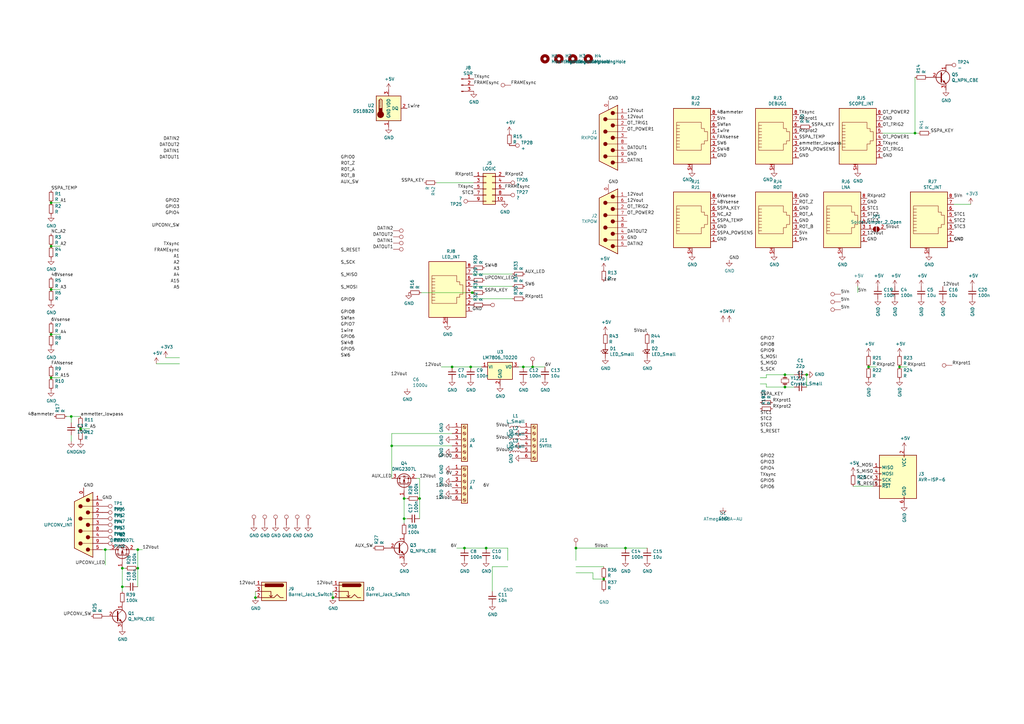
<source format=kicad_sch>
(kicad_sch (version 20211123) (generator eeschema)
  (paper "A3")
  (junction (at 56.515 225.425))
  (junction (at 502.92 153.67))
  (junction (at 193.675 120.015))
  (junction (at 487.68 222.25))
  (junction (at 368.935 150.495))
  (junction (at 321.945 153.67))
  (junction (at 375.285 54.61))
  (junction (at 502.92 191.77))
  (junction (at 502.92 184.15))
  (junction (at 247.65 237.49))
  (junction (at 502.92 207.01))
  (junction (at 56.515 233.045))
  (junction (at 502.92 229.87))
  (junction (at 185.42 150.495))
  (junction (at 199.39 224.79))
  (junction (at 214.63 150.495))
  (junction (at 20.955 118.745))
  (junction (at 172.085 204.47))
  (junction (at 487.68 267.97))
  (junction (at 104.775 245.11))
  (junction (at 20.955 154.94))
  (junction (at 502.92 199.39))
  (junction (at 502.92 161.29))
  (junction (at 29.21 170.815))
  (junction (at 487.68 199.39))
  (junction (at 50.165 240.665))
  (junction (at 356.235 150.495))
  (junction (at 321.945 158.75))
  (junction (at 20.955 137.16))
  (junction (at 487.68 229.87))
  (junction (at 502.92 123.19))
  (junction (at 50.165 233.045))
  (junction (at 502.92 115.57))
  (junction (at 256.54 224.79))
  (junction (at 136.525 245.11))
  (junction (at 487.68 252.73))
  (junction (at 160.655 182.88))
  (junction (at 165.735 204.47))
  (junction (at 502.92 146.05))
  (junction (at 218.44 150.495))
  (junction (at 502.92 214.63))
  (junction (at 487.68 146.05))
  (junction (at 43.18 225.425))
  (junction (at 487.68 214.63))
  (junction (at 236.22 224.79))
  (junction (at 487.68 191.77))
  (junction (at 502.92 252.73))
  (junction (at 20.955 100.965))
  (junction (at 502.92 130.81))
  (junction (at 487.68 153.67))
  (junction (at 487.68 260.35))
  (junction (at 487.68 207.01))
  (junction (at 33.02 175.895))
  (junction (at 487.68 161.29))
  (junction (at 190.5 224.79))
  (junction (at 330.835 153.67))
  (junction (at 487.68 123.19))
  (junction (at 165.735 212.725))
  (junction (at 487.68 138.43))
  (junction (at 502.92 168.91))
  (junction (at 502.92 176.53))
  (junction (at 487.68 176.53))
  (junction (at 487.68 130.81))
  (junction (at 502.92 245.11))
  (junction (at 20.955 83.185))
  (junction (at 502.92 138.43))
  (junction (at 487.68 237.49))
  (junction (at 502.92 260.35))
  (junction (at 487.68 184.15))
  (junction (at 487.68 168.91))
  (junction (at 487.68 245.11))
  (junction (at 502.92 222.25))
  (junction (at 193.04 150.495))
  (junction (at 502.92 237.49))
  (wire (pts (xy 33.02 175.895) (xy 36.83 175.895)))
  (wire (pts (xy 398.145 83.82) (xy 391.16 83.82)))
  (wire (pts (xy 314.325 153.67) (xy 314.325 154.94)))
  (wire (pts (xy 56.515 225.425) (xy 58.42 225.425)))
  (wire (pts (xy 325.755 158.75) (xy 321.945 158.75)))
  (wire (pts (xy 41.91 225.425) (xy 43.18 225.425)))
  (wire (pts (xy 50.165 233.045) (xy 51.435 233.045)))
  (wire (pts (xy 201.93 232.41) (xy 208.28 232.41)))
  (wire (pts (xy 160.655 182.88) (xy 160.655 196.215)))
  (wire (pts (xy 51.435 240.665) (xy 50.165 240.665)))
  (wire (pts (xy 464.82 194.31) (xy 464.82 195.58)))
  (wire (pts (xy 356.235 150.495) (xy 359.41 150.495)))
  (wire (pts (xy 487.68 260.35) (xy 487.68 267.97)))
  (wire (pts (xy 236.22 234.95) (xy 243.205 234.95)))
  (wire (pts (xy 29.21 170.815) (xy 29.21 173.355)))
  (wire (pts (xy 193.675 122.555) (xy 210.185 122.555)))
  (wire (pts (xy 502.92 130.81) (xy 502.92 138.43)))
  (wire (pts (xy 375.285 54.61) (xy 361.95 54.61)))
  (wire (pts (xy 160.655 177.8) (xy 185.42 177.8)))
  (wire (pts (xy 29.21 178.435) (xy 29.21 180.975)))
  (wire (pts (xy 218.44 150.495) (xy 223.52 150.495)))
  (wire (pts (xy 180.975 150.495) (xy 185.42 150.495)))
  (wire (pts (xy 502.92 260.35) (xy 502.92 267.97)))
  (wire (pts (xy 487.68 229.87) (xy 487.68 237.49)))
  (wire (pts (xy 453.39 194.31) (xy 464.82 194.31)))
  (wire (pts (xy 314.325 157.48) (xy 311.785 157.48)))
  (wire (pts (xy 212.725 150.495) (xy 214.63 150.495)))
  (wire (pts (xy 236.22 232.41) (xy 247.65 232.41)))
  (wire (pts (xy 243.205 234.95) (xy 243.205 237.49)))
  (wire (pts (xy 487.68 237.49) (xy 487.68 245.11)))
  (wire (pts (xy 179.07 74.93) (xy 194.31 74.93)))
  (wire (pts (xy 487.68 138.43) (xy 487.68 146.05)))
  (wire (pts (xy 375.285 31.75) (xy 375.285 54.61)))
  (wire (pts (xy 459.74 196.85) (xy 459.74 198.12)))
  (wire (pts (xy 256.54 224.79) (xy 265.43 224.79)))
  (wire (pts (xy 351.79 117.475) (xy 351.79 120.015)))
  (wire (pts (xy 487.68 222.25) (xy 487.68 229.87)))
  (wire (pts (xy 187.325 224.79) (xy 190.5 224.79)))
  (wire (pts (xy 502.92 245.11) (xy 502.92 252.73)))
  (wire (pts (xy 330.835 153.67) (xy 330.835 158.75)))
  (wire (pts (xy 502.92 123.19) (xy 502.92 130.81)))
  (wire (pts (xy 502.92 161.29) (xy 502.92 168.91)))
  (wire (pts (xy 487.68 153.67) (xy 487.68 161.29)))
  (wire (pts (xy 487.68 252.73) (xy 487.68 260.35)))
  (wire (pts (xy 172.085 204.47) (xy 172.085 212.725)))
  (wire (pts (xy 502.92 207.01) (xy 502.92 214.63)))
  (wire (pts (xy 167.005 212.725) (xy 165.735 212.725)))
  (wire (pts (xy 314.325 154.94) (xy 311.785 154.94)))
  (wire (pts (xy 236.22 224.79) (xy 256.54 224.79)))
  (wire (pts (xy 50.165 233.045) (xy 50.165 240.665)))
  (wire (pts (xy 27.305 170.815) (xy 29.21 170.815)))
  (wire (pts (xy 487.68 115.57) (xy 487.68 123.19)))
  (wire (pts (xy 321.945 158.75) (xy 314.325 158.75)))
  (wire (pts (xy 368.935 150.495) (xy 372.11 150.495)))
  (wire (pts (xy 502.92 153.67) (xy 502.92 161.29)))
  (wire (pts (xy 325.755 153.67) (xy 321.945 153.67)))
  (wire (pts (xy 487.68 184.15) (xy 487.68 191.77)))
  (wire (pts (xy 20.955 137.16) (xy 24.765 137.16)))
  (wire (pts (xy 193.675 120.015) (xy 172.72 120.015)))
  (wire (pts (xy 20.955 118.745) (xy 24.765 118.745)))
  (wire (pts (xy 314.325 158.75) (xy 314.325 157.48)))
  (wire (pts (xy 502.92 146.05) (xy 502.92 153.67)))
  (wire (pts (xy 172.085 196.215) (xy 170.815 196.215)))
  (wire (pts (xy 487.68 161.29) (xy 487.68 168.91)))
  (wire (pts (xy 502.92 214.63) (xy 502.92 222.25)))
  (wire (pts (xy 487.68 199.39) (xy 487.68 207.01)))
  (wire (pts (xy 208.28 224.79) (xy 208.28 229.87)))
  (wire (pts (xy 502.92 199.39) (xy 502.92 207.01)))
  (wire (pts (xy 160.655 182.88) (xy 160.655 177.8)))
  (wire (pts (xy 167.005 204.47) (xy 165.735 204.47)))
  (wire (pts (xy 43.18 225.425) (xy 43.18 231.775)))
  (wire (pts (xy 104.775 245.11) (xy 104.775 242.57)))
  (wire (pts (xy 20.955 83.185) (xy 24.765 83.185)))
  (wire (pts (xy 136.525 245.11) (xy 136.525 242.57)))
  (wire (pts (xy 487.68 267.97) (xy 487.68 275.59)))
  (wire (pts (xy 56.515 233.045) (xy 56.515 240.665)))
  (wire (pts (xy 502.92 168.91) (xy 502.92 176.53)))
  (wire (pts (xy 20.955 154.94) (xy 24.765 154.94)))
  (wire (pts (xy 193.04 150.495) (xy 197.485 150.495)))
  (wire (pts (xy 502.92 191.77) (xy 502.92 199.39)))
  (wire (pts (xy 193.675 117.475) (xy 210.185 117.475)))
  (wire (pts (xy 453.39 196.85) (xy 459.74 196.85)))
  (wire (pts (xy 214.63 150.495) (xy 218.44 150.495)))
  (wire (pts (xy 502.92 184.15) (xy 502.92 191.77)))
  (wire (pts (xy 487.68 214.63) (xy 487.68 222.25)))
  (wire (pts (xy 50.165 240.665) (xy 50.165 242.57)))
  (wire (pts (xy 487.68 168.91) (xy 487.68 176.53)))
  (wire (pts (xy 243.205 237.49) (xy 247.65 237.49)))
  (wire (pts (xy 43.18 225.425) (xy 45.085 225.425)))
  (wire (pts (xy 487.68 207.01) (xy 487.68 214.63)))
  (wire (pts (xy 487.68 146.05) (xy 487.68 153.67)))
  (wire (pts (xy 190.5 224.79) (xy 199.39 224.79)))
  (wire (pts (xy 193.675 112.395) (xy 210.185 112.395)))
  (wire (pts (xy 165.735 203.835) (xy 165.735 204.47)))
  (wire (pts (xy 502.92 252.73) (xy 502.92 260.35)))
  (wire (pts (xy 487.68 245.11) (xy 487.68 252.73)))
  (wire (pts (xy 201.93 242.57) (xy 201.93 232.41)))
  (wire (pts (xy 502.92 138.43) (xy 502.92 146.05)))
  (wire (pts (xy 56.515 225.425) (xy 56.515 233.045)))
  (wire (pts (xy 502.92 115.57) (xy 502.92 123.19)))
  (wire (pts (xy 20.955 100.965) (xy 24.765 100.965)))
  (wire (pts (xy 55.245 225.425) (xy 56.515 225.425)))
  (wire (pts (xy 502.92 176.53) (xy 502.92 184.15)))
  (wire (pts (xy 487.68 123.19) (xy 487.68 130.81)))
  (wire (pts (xy 502.92 229.87) (xy 502.92 237.49)))
  (wire (pts (xy 487.68 191.77) (xy 487.68 199.39)))
  (wire (pts (xy 502.92 222.25) (xy 502.92 229.87)))
  (wire (pts (xy 321.945 153.67) (xy 314.325 153.67)))
  (wire (pts (xy 487.68 130.81) (xy 487.68 138.43)))
  (wire (pts (xy 29.21 170.815) (xy 33.02 170.815)))
  (wire (pts (xy 236.22 224.79) (xy 236.22 229.87)))
  (wire (pts (xy 160.655 182.88) (xy 185.42 182.88)))
  (wire (pts (xy 487.68 176.53) (xy 487.68 184.15)))
  (wire (pts (xy 165.735 204.47) (xy 165.735 212.725)))
  (wire (pts (xy 199.39 224.79) (xy 208.28 224.79)))
  (wire (pts (xy 502.92 237.49) (xy 502.92 245.11)))
  (wire (pts (xy 376.555 54.61) (xy 375.285 54.61)))
  (wire (pts (xy 185.42 150.495) (xy 193.04 150.495)))
  (wire (pts (xy 358.14 199.39) (xy 349.885 199.39)))
  (wire (pts (xy 172.085 196.215) (xy 172.085 204.47)))
  (wire (pts (xy 73.66 146.685) (xy 67.945 146.685)))
  (wire (pts (xy 165.735 212.725) (xy 165.735 214.63)))
  (wire (pts (xy 64.135 149.225) (xy 73.66 149.225)))
  (label "GPIO2" (at 73.66 83.185 180))
  (label "DATOUT1" (at 161.29 102.235 180))
  (label "1wire" (at 247.65 115.57 0))
  (label "SW6" (at 139.7 146.685 0))
  (label "FANsense" (at 20.955 149.86 0))
  (label "UPCONV_SW" (at 37.465 252.73 180))
  (label "RXprot1" (at 327.66 49.53 0))
  (label "12Vout" (at 355.6 96.52 0))
  (label "6V" (at 200.66 200.025 180))
  (label "RXprot2" (at 355.6 81.28 0))
  (label "5Vout" (at 265.43 136.525 180))
  (label "S_MISO" (at 139.7 113.665 0))
  (label "RXprot1" (at 194.31 72.39 180))
  (label "1wire" (at 167.005 44.45 0))
  (label "RXprot2" (at 327.66 54.61 0))
  (label "SSPA_POWSENS" (at 294.005 96.52 0))
  (label "GND" (at 294.005 99.06 0))
  (label "5Vn" (at 391.16 81.28 0))
  (label "S_MOSI" (at 311.785 147.32 0))
  (label "SSPA_TEMP" (at 20.955 78.105 0))
  (label "S_MOSI" (at 358.14 191.77 180))
  (label "RXprot2" (at 316.865 167.64 0))
  (label "STC1" (at 355.6 86.36 0))
  (label "12Vout" (at 180.975 150.495 180))
  (label "SW48" (at 198.755 109.855 0))
  (label "5Vout" (at 208.915 175.26 180))
  (label "DATOUT1" (at 73.66 65.405 180))
  (label "GPIO3" (at 73.66 85.725 180))
  (label "6V" (at 223.52 150.495 0))
  (label "GPIO9" (at 311.785 144.78 0))
  (label "UPCONV_LED" (at 43.18 231.775 180))
  (label "12Vout" (at 257.175 83.185 0))
  (label "ROT_B" (at 139.7 73.025 0))
  (label "RXprot1" (at 316.865 165.1 0))
  (label "DATIN1" (at 73.66 62.865 180))
  (label "ROT_A" (at 327.66 88.9 0))
  (label "OT_POWER2" (at 257.175 88.265 0))
  (label "GND" (at 327.66 91.44 0))
  (label "DATOUT2" (at 73.66 60.325 180))
  (label "GND" (at 391.16 99.06 0))
  (label "GND" (at 361.95 64.77 0))
  (label "12Vout" (at 257.175 46.355 0))
  (label "A1" (at 24.765 83.185 0))
  (label "48Vsense" (at 294.005 83.82 0))
  (label "GPIO7" (at 311.785 139.7 0))
  (label "5Vn" (at 294.005 49.53 0))
  (label "DATOUT2" (at 257.175 95.885 0))
  (label "SSPA_KEY" (at 311.785 162.56 0))
  (label "OT_POWER1" (at 257.175 53.975 0))
  (label "SSPA_KEY" (at 294.005 86.36 0))
  (label "OT_TRIG1" (at 257.175 51.435 0))
  (label "TXsync" (at 194.31 32.385 0))
  (label "GND" (at 249.555 41.275 0))
  (label "GND" (at 294.005 64.77 0))
  (label "ROT_B" (at 327.66 93.98 0))
  (label "GND" (at 327.66 64.77 0))
  (label "GND" (at 391.16 99.06 0))
  (label "S_RESET" (at 351.79 199.39 0))
  (label "GND" (at 327.66 86.36 0))
  (label "A4" (at 24.765 137.16 0))
  (label "UPCONV_LED" (at 198.755 114.935 0))
  (label "ammetter_lowpass" (at 33.02 170.815 0))
  (label "GPIO0" (at 185.42 187.96 180))
  (label "A2" (at 73.66 108.585 180))
  (label "FRAMEsync" (at 73.66 103.505 180))
  (label "TXsync" (at 327.66 46.99 0))
  (label "RXprot1" (at 372.11 150.495 0))
  (label "SSPA_KEY" (at 381.635 54.61 0))
  (label "GND" (at 361.95 49.53 0))
  (label "6Vsense" (at 20.955 132.08 0))
  (label "GPIO7" (at 139.7 133.985 0))
  (label "S_SCK" (at 311.785 152.4 0))
  (label "STC3" (at 355.6 91.44 0))
  (label "1wire" (at 139.7 136.525 0))
  (label "DATOUT1" (at 257.175 61.595 0))
  (label "SWfan" (at 139.7 131.445 0))
  (label "A3" (at 73.66 111.125 180))
  (label "FRAMEsync" (at 194.31 34.925 0))
  (label "S_MOSI" (at 139.7 118.745 0))
  (label "RXprot1" (at 215.265 122.555 0))
  (label "GPIO5" (at 311.785 198.12 0))
  (label "AUX_SW" (at 139.7 75.565 0))
  (label "GPIO0" (at 139.7 65.405 0))
  (label "6V" (at 185.42 194.945 180))
  (label "STC2" (at 391.16 91.44 0))
  (label "12Vout" (at 172.085 196.215 0))
  (label "RXprot1" (at 390.525 149.86 0))
  (label "OT_TRIG2" (at 361.95 52.07 0))
  (label "DATOUT2" (at 161.29 97.155 180))
  (label "AUX_SW" (at 153.035 224.79 180))
  (label "OT_POWER2" (at 361.95 46.99 0))
  (label "A3" (at 24.765 118.745 0))
  (label "SSPA_KEY" (at 198.755 120.015 0))
  (label "RXprot2" (at 207.01 72.39 0))
  (label "12Vout" (at 58.42 225.425 0))
  (label "5Vn" (at 344.805 127 0))
  (label "12Vout" (at 185.42 200.025 180))
  (label "GND" (at 249.555 75.565 0))
  (label "GND" (at 41.91 205.105 0))
  (label "TXsync" (at 311.785 195.58 0))
  (label "SSPA_KEY" (at 173.99 74.93 180))
  (label "GPIO8" (at 139.7 128.905 0))
  (label "DATIN2" (at 73.66 57.785 180))
  (label "ROT_A" (at 139.7 70.485 0))
  (label "GPIO6" (at 139.7 139.065 0))
  (label "STC3" (at 194.31 80.01 180))
  (label "SWfan" (at 294.005 52.07 0))
  (label "A4" (at 73.66 113.665 180))
  (label "5Vout" (at 363.22 93.98 0))
  (label "GND" (at 257.175 98.425 0))
  (label "48Vsense" (at 20.955 113.665 0))
  (label "SW48" (at 139.7 141.605 0))
  (label "UPCONV_SW" (at 73.66 93.345 180))
  (label "GPIO2" (at 311.785 187.96 0))
  (label "TXsync" (at 73.66 100.965 180))
  (label "S_MISO" (at 358.14 194.31 180))
  (label "A1" (at 73.66 106.045 180))
  (label "5Vn" (at 344.805 123.825 0))
  (label "6V" (at 187.325 224.79 180))
  (label "GND" (at 299.085 106.68 0))
  (label "SSPA_TEMP" (at 327.66 57.15 0))
  (label "5Vn" (at 344.805 120.65 0))
  (label "A5" (at 73.66 118.745 180))
  (label "A15" (at 73.66 116.205 180))
  (label "SSPA_POWSENS" (at 327.66 62.23 0))
  (label "12Vout" (at 136.525 240.03 180))
  (label "GND" (at 294.005 93.98 0))
  (label "AUX_LED" (at 215.265 112.395 0))
  (label "SSPA_KEY" (at 332.74 52.07 0))
  (label "48ammeter" (at 294.005 46.99 0))
  (label "5Vout" (at 243.84 224.79 0))
  (label "12Vout" (at 185.42 205.105 180))
  (label "S_SCK" (at 139.7 108.585 0))
  (label "S_RESET" (at 311.785 177.8 0))
  (label "TXsync" (at 194.31 77.47 180))
  (label "ROT_Z" (at 327.66 83.82 0))
  (label "RXprot2" (at 359.41 150.495 0))
  (label "OT_TRIG1" (at 361.95 62.23 0))
  (label "STC2" (at 355.6 88.9 0))
  (label "GPIO8" (at 311.785 142.24 0))
  (label "SW6" (at 215.265 117.475 0))
  (label "STC1" (at 391.16 88.9 0))
  (label "12Vout" (at 257.175 48.895 0))
  (label "NC_A2" (at 294.005 88.9 0))
  (label "S_SCK" (at 358.14 196.85 180))
  (label "OT_TRIG2" (at 257.175 85.725 0))
  (label "5Vn" (at 351.79 120.015 0))
  (label "OT_POWER1" (at 361.95 57.15 0))
  (label "12Vout" (at 167.005 154.305 180))
  (label "FANsense" (at 294.005 57.15 0))
  (label "1wire" (at 294.005 54.61 0))
  (label "GPIO4" (at 73.66 88.265 180))
  (label "FRAMEsync" (at 209.55 34.925 0))
  (label "STC3" (at 391.16 93.98 0))
  (label "GND" (at 355.6 99.06 0))
  (label "GPIO4" (at 311.785 193.04 0))
  (label "S_MISO" (at 311.785 149.86 0))
  (label "5Vout" (at 208.915 180.34 180))
  (label "GND" (at 327.66 81.28 0))
  (label "GPIO3" (at 311.785 190.5 0))
  (label "GPIO6" (at 311.785 200.66 0))
  (label "A2" (at 24.765 100.965 0))
  (label "STC3" (at 311.785 175.26 0))
  (label "DATIN1" (at 161.29 99.695 180))
  (label "AUX_LED" (at 160.655 196.215 180))
  (label "5Vn" (at 327.66 99.06 0))
  (label "STC1" (at 311.785 170.18 0))
  (label "S_RESET" (at 139.7 103.505 0))
  (label "ROT_Z" (at 139.7 67.945 0))
  (label "GPIO5" (at 139.7 144.145 0))
  (label "TXsync" (at 361.95 59.69 0))
  (label "SW48" (at 294.005 62.23 0))
  (label "GND" (at 193.675 127.635 0))
  (label "12Vout" (at 386.715 117.475 0))
  (label "SW6" (at 294.005 59.69 0))
  (label "5Vout" (at 208.915 185.42 180))
  (label "DATIN2" (at 257.175 100.965 0))
  (label "DATIN2" (at 161.29 94.615 180))
  (label "6Vsense" (at 294.005 81.28 0))
  (label "GND" (at 355.6 83.82 0))
  (label "GND" (at 257.175 64.135 0))
  (label "FRAMEsync" (at 207.01 77.47 0))
  (label "GPIO9" (at 139.7 123.825 0))
  (label "12Vout" (at 104.775 240.03 180))
  (label "A15" (at 24.765 154.94 0))
  (label "12Vout" (at 257.175 80.645 0))
  (label "GND" (at 34.29 200.025 0))
  (label "A5" (at 36.83 175.895 0))
  (label "STC2" (at 311.785 172.72 0))
  (label "48ammeter" (at 22.225 170.815 180))
  (label "SSPA_TEMP" (at 294.005 91.44 0))
  (label "NC_A2" (at 20.955 95.885 0))
  (label "5Vn" (at 327.66 96.52 0))
  (label "ammetter_lowpass" (at 327.66 59.69 0))
  (label "DATIN1" (at 257.175 66.675 0))
  (symbol (lib_id "arduino:Arduino_Mega2560_Shield") (at 106.68 102.235 0) (unit 1)
    (property "Reference" "XA1" (at 106.68 162.7124 0) (effects (font (size 1.524 1.524))))
    (property "Value" "Arduino_Mega2560_Shield" (at 106.68 165.4048 0) (effects (font (size 1.524 1.524))))
    (property "Footprint" "jenda:Arduino_Mega2560_roundedge" (effects hide))
    (property "Datasheet" "https://store.arduino.cc/arduino-mega-2560-rev3" (effects hide))
  )
  (symbol (lib_id "Connector:DB9_Male_MountingHoles") (at 249.555 90.805 180) (unit 1)
    (property "Reference" "J2" (at 245.0084 88.4936 0) (effects (justify left)))
    (property "Value" "TXPOW" (at 245.0084 90.805 0) (effects (justify left)))
    (property "Datasheet" " ~" (effects hide))
  )
  (symbol (lib_id "Connector:DB9_Male_MountingHoles") (at 249.555 56.515 180) (unit 1)
    (property "Reference" "J1" (at 245.0084 54.2036 0) (effects (justify left)))
    (property "Value" "RXPOW" (at 245.0084 56.515 0) (effects (justify left)))
    (property "Datasheet" " ~" (effects hide))
  )
  (symbol (lib_id "Connector:8P8C_Shielded") (at 283.845 91.44 0) (unit 1)
    (property "Reference" "RJ1" (at 285.2928 74.4982 0))
    (property "Value" "RJ1" (at 285.2928 76.8096 0))
  )
  (symbol (lib_id "Connector:8P8C_Shielded") (at 283.845 57.15 0) (unit 1)
    (property "Reference" "RJ2" (at 285.2928 40.2082 0))
    (property "Value" "RJ2" (at 285.2928 42.5196 0))
  )
  (symbol (lib_id "Connector:8P8C_Shielded") (at 317.5 91.44 0) (unit 1)
    (property "Reference" "RJ4" (at 318.9478 74.4982 0))
    (property "Value" "ROT" (at 318.9478 76.8096 0))
  )
  (symbol (lib_id "Connector:8P8C_Shielded") (at 317.5 57.15 0) (unit 1)
    (property "Reference" "RJ3" (at 318.9478 40.2082 0))
    (property "Value" "DEBUG1" (at 318.9478 42.5196 0))
  )
  (symbol (lib_id "power:GND") (at 283.845 104.14 0) (unit 1)
    (property "Reference" "#PWR0101" (effects hide))
    (property "Value" "GND" (at 283.972 108.5342 0))
  )
  (symbol (lib_id "power:GND") (at 317.5 104.14 0) (unit 1)
    (property "Reference" "#PWR0102" (effects hide))
    (property "Value" "GND" (at 317.627 108.5342 0))
  )
  (symbol (lib_id "power:GND") (at 283.845 69.85 0) (unit 1)
    (property "Reference" "#PWR0103" (effects hide))
    (property "Value" "GND" (at 281.94 73.66 0))
  )
  (symbol (lib_id "power:GND") (at 317.5 69.85 0) (unit 1)
    (property "Reference" "#PWR0104" (effects hide))
    (property "Value" "GND" (at 314.96 73.66 0))
  )
  (symbol (lib_id "power:GND") (at 299.085 106.68 0) (unit 1)
    (property "Reference" "#PWR0105" (effects hide))
    (property "Value" "GND" (at 299.212 111.0742 0))
  )
  (symbol (lib_id "Connector:8P8C_Shielded") (at 351.79 57.15 0) (unit 1)
    (property "Reference" "RJ5" (at 353.2378 40.2082 0))
    (property "Value" "SCOPE_INT" (at 353.2378 42.5196 0))
  )
  (symbol (lib_id "power:GND") (at 351.79 69.85 0) (unit 1)
    (property "Reference" "#PWR0106" (effects hide))
    (property "Value" "GND" (at 351.917 74.2442 0))
  )
  (symbol (lib_id "Device:R_Small") (at 20.955 80.645 0) (unit 1)
    (property "Reference" "R1" (at 22.4536 79.4766 0) (effects (justify left)))
    (property "Value" "R" (at 22.4536 81.788 0) (effects (justify left)))
  )
  (symbol (lib_id "Device:R_Small") (at 20.955 85.725 0) (unit 1)
    (property "Reference" "R2" (at 22.4536 84.5566 0) (effects (justify left)))
    (property "Value" "R" (at 22.4536 86.868 0) (effects (justify left)))
  )
  (symbol (lib_id "power:GND") (at 20.955 88.265 0) (unit 1)
    (property "Reference" "#PWR0107" (effects hide))
    (property "Value" "GND" (at 21.082 92.6592 0))
  )
  (symbol (lib_id "Device:R_Small") (at 20.955 98.425 0) (unit 1)
    (property "Reference" "R3" (at 22.4536 97.2566 0) (effects (justify left)))
    (property "Value" "R" (at 22.4536 99.568 0) (effects (justify left)))
  )
  (symbol (lib_id "Device:R_Small") (at 20.955 103.505 0) (unit 1)
    (property "Reference" "R4" (at 22.4536 102.3366 0) (effects (justify left)))
    (property "Value" "R" (at 22.4536 104.648 0) (effects (justify left)))
  )
  (symbol (lib_id "power:GND") (at 20.955 106.045 0) (unit 1)
    (property "Reference" "#PWR0108" (effects hide))
    (property "Value" "GND" (at 21.082 110.4392 0))
  )
  (symbol (lib_id "Device:R_Small") (at 20.955 116.205 0) (unit 1)
    (property "Reference" "R5" (at 22.4536 115.0366 0) (effects (justify left)))
    (property "Value" "R" (at 22.4536 117.348 0) (effects (justify left)))
  )
  (symbol (lib_id "Device:R_Small") (at 20.955 121.285 0) (unit 1)
    (property "Reference" "R6" (at 22.4536 120.1166 0) (effects (justify left)))
    (property "Value" "R" (at 22.4536 122.428 0) (effects (justify left)))
  )
  (symbol (lib_id "power:GND") (at 20.955 123.825 0) (unit 1)
    (property "Reference" "#PWR0109" (effects hide))
    (property "Value" "GND" (at 21.082 128.2192 0))
  )
  (symbol (lib_id "Device:R_Small") (at 20.955 134.62 0) (unit 1)
    (property "Reference" "R7" (at 22.4536 133.4516 0) (effects (justify left)))
    (property "Value" "R" (at 22.4536 135.763 0) (effects (justify left)))
  )
  (symbol (lib_id "Device:R_Small") (at 20.955 139.7 0) (unit 1)
    (property "Reference" "R8" (at 22.4536 138.5316 0) (effects (justify left)))
    (property "Value" "R" (at 22.4536 140.843 0) (effects (justify left)))
  )
  (symbol (lib_id "power:GND") (at 20.955 142.24 0) (unit 1)
    (property "Reference" "#PWR0110" (effects hide))
    (property "Value" "GND" (at 21.082 146.6342 0))
  )
  (symbol (lib_id "Device:R_Small") (at 20.955 152.4 0) (unit 1)
    (property "Reference" "R9" (at 22.4536 151.2316 0) (effects (justify left)))
    (property "Value" "R" (at 22.4536 153.543 0) (effects (justify left)))
  )
  (symbol (lib_id "Device:R_Small") (at 20.955 157.48 0) (unit 1)
    (property "Reference" "R10" (at 22.4536 156.3116 0) (effects (justify left)))
    (property "Value" "R" (at 22.4536 158.623 0) (effects (justify left)))
  )
  (symbol (lib_id "power:GND") (at 20.955 160.02 0) (unit 1)
    (property "Reference" "#PWR0114" (effects hide))
    (property "Value" "GND" (at 21.082 164.4142 0))
  )
  (symbol (lib_id "Device:R_Small") (at 247.65 113.03 0) (unit 1)
    (property "Reference" "R13" (at 249.1486 111.8616 0) (effects (justify left)))
    (property "Value" "R" (at 249.1486 114.173 0) (effects (justify left)))
  )
  (symbol (lib_id "power:+5V") (at 247.65 110.49 0) (unit 1)
    (property "Reference" "#PWR0115" (effects hide))
    (property "Value" "+5V" (at 248.031 106.0958 0))
  )
  (symbol (lib_id "Device:R_Small") (at 33.02 173.355 0) (unit 1)
    (property "Reference" "R11" (at 34.5186 172.1866 0) (effects (justify left)))
    (property "Value" "R" (at 34.5186 174.498 0) (effects (justify left)))
  )
  (symbol (lib_id "Device:R_Small") (at 33.02 178.435 0) (unit 1)
    (property "Reference" "R12" (at 34.5186 177.2666 0) (effects (justify left)))
    (property "Value" "R" (at 34.5186 179.578 0) (effects (justify left)))
  )
  (symbol (lib_id "power:GND") (at 33.02 180.975 0) (unit 1)
    (property "Reference" "#PWR0117" (effects hide))
    (property "Value" "GND" (at 33.147 185.3692 0))
  )
  (symbol (lib_id "MCU_Microchip_ATmega:ATmega168A-AU") (at 296.545 170.18 0) (unit 1)
    (property "Reference" "U1" (at 296.545 210.5406 0))
    (property "Value" "ATmega168A-AU" (at 296.545 212.852 0))
    (property "Footprint" "Package_QFP:TQFP-32_7x7mm_P0.8mm" (effects hide))
    (property "Datasheet" "http://ww1.microchip.com/downloads/en/DeviceDoc/ATmega48A_88A_168A-Data-Sheet-40002007A.pdf" (effects hide))
  )
  (symbol (lib_id "Device:Crystal_Small") (at 321.945 156.21 270) (unit 1)
    (property "Reference" "Y1" (at 324.1802 155.0416 90) (effects (justify left)))
    (property "Value" "Crystal_Small" (at 324.1802 157.353 90) (effects (justify left)))
  )
  (symbol (lib_id "Device:C_Small") (at 328.295 153.67 270) (unit 1)
    (property "Reference" "C1" (at 328.295 147.8534 90))
    (property "Value" "22p" (at 328.295 150.1648 90))
  )
  (symbol (lib_id "Device:C_Small") (at 328.295 158.75 270) (unit 1)
    (property "Reference" "C2" (at 328.295 152.9334 90))
    (property "Value" "22p" (at 328.295 155.2448 90))
  )
  (symbol (lib_id "power:GND") (at 330.835 153.67 90) (unit 1)
    (property "Reference" "#PWR0118" (effects hide))
    (property "Value" "GND" (at 334.0862 153.543 90) (effects (justify right)))
  )
  (symbol (lib_id "power:+5V") (at 296.545 132.08 0) (unit 1)
    (property "Reference" "#PWR0119" (effects hide))
    (property "Value" "+5V" (at 296.926 127.6858 0))
  )
  (symbol (lib_id "power:+5V") (at 299.085 132.08 0) (unit 1)
    (property "Reference" "#PWR0120" (effects hide))
    (property "Value" "+5V" (at 299.466 127.6858 0))
  )
  (symbol (lib_id "power:GND") (at 296.545 208.28 0) (unit 1)
    (property "Reference" "#PWR0121" (effects hide))
    (property "Value" "GND" (at 296.672 212.6742 0))
  )
  (symbol (lib_id "Device:R_Small") (at 349.885 196.85 0) (unit 1)
    (property "Reference" "R20" (at 351.3836 195.6816 0) (effects (justify left)))
    (property "Value" "R" (at 351.3836 197.993 0) (effects (justify left)))
  )
  (symbol (lib_id "power:+5V") (at 349.885 194.31 0) (unit 1)
    (property "Reference" "#PWR0122" (effects hide))
    (property "Value" "+5V" (at 350.266 189.9158 0))
  )
  (symbol (lib_id "Connector:AVR-ISP-6") (at 368.3 196.85 0) (mirror y) (unit 1)
    (property "Reference" "J3" (at 376.682 194.4116 0) (effects (justify right)))
    (property "Value" "AVR-ISP-6" (at 376.682 196.723 0) (effects (justify right)))
    (property "Datasheet" " ~" (effects hide))
  )
  (symbol (lib_id "power:GND") (at 370.84 207.01 0) (unit 1)
    (property "Reference" "#PWR0123" (effects hide))
    (property "Value" "GND" (at 370.967 210.2612 90) (effects (justify right)))
  )
  (symbol (lib_id "power:+5V") (at 370.84 184.15 0) (unit 1)
    (property "Reference" "#PWR0124" (effects hide))
    (property "Value" "+5V" (at 371.221 179.7558 0))
  )
  (symbol (lib_id "Device:C_Small") (at 367.03 120.015 0) (unit 1)
    (property "Reference" "C4" (at 369.3668 118.8466 0) (effects (justify left)))
    (property "Value" "100n" (at 369.3668 121.158 0) (effects (justify left)))
  )
  (symbol (lib_id "power:+5V") (at 367.03 117.475 0) (unit 1)
    (property "Reference" "#PWR0125" (effects hide))
    (property "Value" "+5V" (at 367.411 113.0808 0))
  )
  (symbol (lib_id "power:GND") (at 367.03 122.555 0) (unit 1)
    (property "Reference" "#PWR0126" (effects hide))
    (property "Value" "GND" (at 367.157 125.8062 90) (effects (justify right)))
  )
  (symbol (lib_id "Device:R_Small") (at 24.765 170.815 90) (unit 1)
    (property "Reference" "R17" (at 23.5966 169.3164 0) (effects (justify left)))
    (property "Value" "R" (at 25.908 169.3164 0) (effects (justify left)))
  )
  (symbol (lib_id "Device:C_Small") (at 29.21 175.895 0) (unit 1)
    (property "Reference" "C3" (at 31.5468 174.7266 0) (effects (justify left)))
    (property "Value" "100n" (at 31.5468 177.038 0) (effects (justify left)))
  )
  (symbol (lib_id "power:GND") (at 29.21 180.975 0) (unit 1)
    (property "Reference" "#PWR0127" (effects hide))
    (property "Value" "GND" (at 29.337 185.3692 0))
  )
  (symbol (lib_id "Device:C_Small") (at 377.825 120.015 0) (unit 1)
    (property "Reference" "C5" (at 380.1618 118.8466 0) (effects (justify left)))
    (property "Value" "10u" (at 380.1618 121.158 0) (effects (justify left)))
  )
  (symbol (lib_id "power:+5V") (at 377.825 117.475 0) (unit 1)
    (property "Reference" "#PWR0128" (effects hide))
    (property "Value" "+5V" (at 378.206 113.0808 0))
  )
  (symbol (lib_id "power:GND") (at 377.825 122.555 0) (unit 1)
    (property "Reference" "#PWR0129" (effects hide))
    (property "Value" "GND" (at 377.952 125.8062 90) (effects (justify right)))
  )
  (symbol (lib_id "Device:R_Small") (at 356.235 153.035 0) (unit 1)
    (property "Reference" "R22" (at 357.7336 151.8666 0) (effects (justify left)))
    (property "Value" "R" (at 357.7336 154.178 0) (effects (justify left)))
  )
  (symbol (lib_id "Device:R_Small") (at 356.235 147.955 0) (unit 1)
    (property "Reference" "R21" (at 357.7336 146.7866 0) (effects (justify left)))
    (property "Value" "R" (at 357.7336 149.098 0) (effects (justify left)))
  )
  (symbol (lib_id "power:+5V") (at 356.235 145.415 0) (unit 1)
    (property "Reference" "#PWR0130" (effects hide))
    (property "Value" "+5V" (at 356.616 141.0208 0))
  )
  (symbol (lib_id "power:GND") (at 356.235 155.575 0) (unit 1)
    (property "Reference" "#PWR0131" (effects hide))
    (property "Value" "GND" (at 356.362 158.8262 90) (effects (justify right)))
  )
  (symbol (lib_id "Device:R_Small") (at 368.935 153.035 0) (unit 1)
    (property "Reference" "R24" (at 370.4336 151.8666 0) (effects (justify left)))
    (property "Value" "R" (at 370.4336 154.178 0) (effects (justify left)))
  )
  (symbol (lib_id "Device:R_Small") (at 368.935 147.955 0) (unit 1)
    (property "Reference" "R23" (at 370.4336 146.7866 0) (effects (justify left)))
    (property "Value" "R" (at 370.4336 149.098 0) (effects (justify left)))
  )
  (symbol (lib_id "power:+5V") (at 368.935 145.415 0) (unit 1)
    (property "Reference" "#PWR0132" (effects hide))
    (property "Value" "+5V" (at 369.316 141.0208 0))
  )
  (symbol (lib_id "power:GND") (at 368.935 155.575 0) (unit 1)
    (property "Reference" "#PWR0133" (effects hide))
    (property "Value" "GND" (at 369.062 158.8262 90) (effects (justify right)))
  )
  (symbol (lib_id "Connector:8P8C_Shielded") (at 345.44 91.44 0) (unit 1)
    (property "Reference" "RJ6" (at 346.8878 74.4982 0))
    (property "Value" "LNA" (at 346.8878 76.8096 0))
  )
  (symbol (lib_id "power:GND") (at 345.44 104.14 0) (unit 1)
    (property "Reference" "#PWR0134" (effects hide))
    (property "Value" "GND" (at 345.567 108.5342 0))
  )
  (symbol (lib_id "Device:R_Small") (at 314.325 165.1 90) (unit 1)
    (property "Reference" "R18" (at 313.1566 163.6014 0) (effects (justify left)))
    (property "Value" "R" (at 315.468 163.6014 0) (effects (justify left)))
  )
  (symbol (lib_id "Device:R_Small") (at 314.325 167.64 90) (unit 1)
    (property "Reference" "R19" (at 313.1566 166.1414 0) (effects (justify left)))
    (property "Value" "R" (at 315.468 166.1414 0) (effects (justify left)))
  )
  (symbol (lib_id "power:+3V3") (at 67.945 146.685 0) (unit 1)
    (property "Reference" "#PWR0135" (effects hide))
    (property "Value" "+3V3" (at 68.326 142.2908 0))
  )
  (symbol (lib_id "power:+3V3") (at 398.145 83.82 0) (unit 1)
    (property "Reference" "#PWR0136" (effects hide))
    (property "Value" "+3V3" (at 398.526 79.4258 0))
  )
  (symbol (lib_id "Connector:8P8C_Shielded") (at 381 91.44 0) (unit 1)
    (property "Reference" "RJ7" (at 382.4478 74.4982 0))
    (property "Value" "STC_INT" (at 382.4478 76.8096 0))
  )
  (symbol (lib_id "power:GND") (at 381 104.14 0) (unit 1)
    (property "Reference" "#PWR0137" (effects hide))
    (property "Value" "GND" (at 381.127 108.5342 0))
  )
  (symbol (lib_id "Connector:DB9_Male_MountingHoles") (at 34.29 215.265 180) (unit 1)
    (property "Reference" "J4" (at 29.718 212.9536 0) (effects (justify left)))
    (property "Value" "UPCONV_INT" (at 29.718 215.265 0) (effects (justify left)))
    (property "Datasheet" " ~" (effects hide))
  )
  (symbol (lib_id "Device:R_Small") (at 53.975 233.045 90) (unit 1)
    (property "Reference" "R26" (at 52.8066 231.5464 0) (effects (justify left)))
    (property "Value" "100k" (at 55.118 231.5464 0) (effects (justify left)))
  )
  (symbol (lib_id "Transistor_FET:DMG2301L") (at 50.165 227.965 90) (unit 1)
    (property "Reference" "Q2" (at 50.165 219.2782 90))
    (property "Value" "DMG2307L" (at 50.165 221.5896 90))
    (property "Datasheet" "https://www.diodes.com/assets/Datasheets/DMG2301L.pdf" (effects hide))
  )
  (symbol (lib_id "Device:Q_NPN_CBE") (at 47.625 252.73 0) (unit 1)
    (property "Reference" "Q1" (at 52.4764 251.5616 0) (effects (justify left)))
    (property "Value" "Q_NPN_CBE" (at 52.4764 253.873 0) (effects (justify left)))
  )
  (symbol (lib_id "power:GND") (at 50.165 257.81 0) (unit 1)
    (property "Reference" "#PWR0138" (effects hide))
    (property "Value" "GND" (at 50.292 262.2042 0))
  )
  (symbol (lib_id "Device:R_Small") (at 40.005 252.73 90) (unit 1)
    (property "Reference" "R25" (at 38.8366 251.2314 0) (effects (justify left)))
    (property "Value" "R" (at 41.148 251.2314 0) (effects (justify left)))
  )
  (symbol (lib_id "Connector:TestPoint") (at 41.91 207.645 270) (unit 1)
    (property "Reference" "TP1" (at 46.6852 206.4766 90) (effects (justify left)))
    (property "Value" "PIN6" (at 46.6852 208.788 90) (effects (justify left)))
  )
  (symbol (lib_id "Connector:TestPoint") (at 41.91 210.185 270) (unit 1)
    (property "Reference" "TP2" (at 46.6852 209.0166 90) (effects (justify left)))
    (property "Value" "PIN2" (at 46.6852 211.328 90) (effects (justify left)))
  )
  (symbol (lib_id "Connector:TestPoint") (at 41.91 212.725 270) (unit 1)
    (property "Reference" "TP3" (at 46.6852 211.5566 90) (effects (justify left)))
    (property "Value" "PIN7" (at 46.6852 213.868 90) (effects (justify left)))
  )
  (symbol (lib_id "Connector:TestPoint") (at 41.91 215.265 270) (unit 1)
    (property "Reference" "TP4" (at 46.6852 214.0966 90) (effects (justify left)))
    (property "Value" "PIN3" (at 46.6852 216.408 90) (effects (justify left)))
  )
  (symbol (lib_id "Connector:TestPoint") (at 41.91 217.805 270) (unit 1)
    (property "Reference" "TP5" (at 46.6852 216.6366 90) (effects (justify left)))
    (property "Value" "PIN8" (at 46.6852 218.948 90) (effects (justify left)))
  )
  (symbol (lib_id "Connector:TestPoint") (at 41.91 220.345 270) (unit 1)
    (property "Reference" "TP6" (at 46.6852 219.1766 90) (effects (justify left)))
    (property "Value" "PIN4" (at 46.6852 221.488 90) (effects (justify left)))
  )
  (symbol (lib_id "Connector:TestPoint") (at 41.91 222.885 270) (unit 1)
    (property "Reference" "TP7" (at 46.6852 221.7166 90) (effects (justify left)))
    (property "Value" "PIN9" (at 46.6852 224.028 90) (effects (justify left)))
  )
  (symbol (lib_id "Connector:TestPoint") (at 104.14 215.265 0) (unit 1)
    (property "Reference" "TP8" (effects hide))
    (property "Value" "TestPoint" (effects hide))
  )
  (symbol (lib_id "power:GND") (at 104.14 215.265 0) (unit 1)
    (property "Reference" "#PWR0139" (effects hide))
    (property "Value" "GND" (at 104.267 219.6592 0))
  )
  (symbol (lib_id "Connector:TestPoint") (at 108.585 215.265 0) (unit 1)
    (property "Reference" "TP9" (effects hide))
    (property "Value" "TestPoint" (effects hide))
  )
  (symbol (lib_id "power:GND") (at 108.585 215.265 0) (unit 1)
    (property "Reference" "#PWR0140" (effects hide))
    (property "Value" "GND" (at 108.712 219.6592 0))
  )
  (symbol (lib_id "Connector:TestPoint") (at 113.03 215.265 0) (unit 1)
    (property "Reference" "TP10" (effects hide))
    (property "Value" "TestPoint" (effects hide))
  )
  (symbol (lib_id "power:GND") (at 113.03 215.265 0) (unit 1)
    (property "Reference" "#PWR0141" (effects hide))
    (property "Value" "GND" (at 113.157 219.6592 0))
  )
  (symbol (lib_id "Connector:TestPoint") (at 117.475 215.265 0) (unit 1)
    (property "Reference" "TP11" (effects hide))
    (property "Value" "TestPoint" (effects hide))
  )
  (symbol (lib_id "power:GND") (at 117.475 215.265 0) (unit 1)
    (property "Reference" "#PWR0142" (effects hide))
    (property "Value" "GND" (at 117.602 219.6592 0))
  )
  (symbol (lib_id "Connector:TestPoint") (at 121.92 215.265 0) (unit 1)
    (property "Reference" "TP12" (effects hide))
    (property "Value" "TestPoint" (effects hide))
  )
  (symbol (lib_id "power:GND") (at 121.92 215.265 0) (unit 1)
    (property "Reference" "#PWR0143" (effects hide))
    (property "Value" "GND" (at 122.047 219.6592 0))
  )
  (symbol (lib_id "Connector:TestPoint") (at 126.365 215.265 0) (unit 1)
    (property "Reference" "TP13" (effects hide))
    (property "Value" "TestPoint" (effects hide))
  )
  (symbol (lib_id "power:GND") (at 126.365 215.265 0) (unit 1)
    (property "Reference" "#PWR0144" (effects hide))
    (property "Value" "GND" (at 126.492 219.6592 0))
  )
  (symbol (lib_id "Connector_Generic:Conn_02x05_Odd_Even") (at 199.39 77.47 0) (unit 1)
    (property "Reference" "J5" (at 200.66 66.8782 0))
    (property "Value" "LOGIC" (at 200.66 69.1896 0))
  )
  (symbol (lib_id "power:GND") (at 207.01 82.55 0) (unit 1)
    (property "Reference" "#PWR0145" (effects hide))
    (property "Value" "GND" (at 207.137 86.9442 0))
  )
  (symbol (lib_id "Connector:Screw_Terminal_01x06") (at 190.5 197.485 0) (unit 1)
    (property "Reference" "J7" (at 192.532 197.6882 0) (effects (justify left)))
    (property "Value" "A" (at 192.532 199.9996 0) (effects (justify left)))
  )
  (symbol (lib_id "power:GND") (at 185.42 180.34 270) (unit 1)
    (property "Reference" "#PWR0146" (effects hide))
    (property "Value" "GND" (at 181.0258 180.467 0))
  )
  (symbol (lib_id "Device:R_Small") (at 169.545 204.47 90) (unit 1)
    (property "Reference" "R28" (at 168.3766 202.9714 0) (effects (justify left)))
    (property "Value" "100k" (at 170.688 202.9714 0) (effects (justify left)))
  )
  (symbol (lib_id "Transistor_FET:DMG2301L") (at 165.735 198.755 90) (unit 1)
    (property "Reference" "Q4" (at 165.735 190.0682 90))
    (property "Value" "DMG2307L" (at 165.735 192.3796 90))
    (property "Datasheet" "https://www.diodes.com/assets/Datasheets/DMG2301L.pdf" (effects hide))
  )
  (symbol (lib_id "Device:Q_NPN_CBE") (at 163.195 224.79 0) (unit 1)
    (property "Reference" "Q3" (at 168.0464 223.6216 0) (effects (justify left)))
    (property "Value" "Q_NPN_CBE" (at 168.0464 225.933 0) (effects (justify left)))
  )
  (symbol (lib_id "power:GND") (at 165.735 229.87 0) (unit 1)
    (property "Reference" "#PWR0147" (effects hide))
    (property "Value" "GND" (at 165.862 234.2642 0))
  )
  (symbol (lib_id "Device:R_Small") (at 155.575 224.79 90) (unit 1)
    (property "Reference" "R27" (at 154.4066 223.2914 0) (effects (justify left)))
    (property "Value" "R" (at 156.718 223.2914 0) (effects (justify left)))
  )
  (symbol (lib_id "Connector:Screw_Terminal_01x06") (at 190.5 180.34 0) (unit 1)
    (property "Reference" "J6" (at 192.532 180.5432 0) (effects (justify left)))
    (property "Value" "A" (at 192.532 182.8546 0) (effects (justify left)))
  )
  (symbol (lib_id "Connector:8P8C_Shielded") (at 183.515 120.015 0) (unit 1)
    (property "Reference" "RJ8" (at 184.9628 103.0732 0))
    (property "Value" "LED_INT" (at 184.9628 105.3846 0))
  )
  (symbol (lib_id "power:GND") (at 183.515 132.715 0) (unit 1)
    (property "Reference" "#PWR0148" (effects hide))
    (property "Value" "GND" (at 183.642 137.1092 0))
  )
  (symbol (lib_id "Device:R_Small") (at 196.215 114.935 90) (unit 1)
    (property "Reference" "R29" (at 195.0466 113.4364 0) (effects (justify left)))
    (property "Value" "R" (at 197.358 113.4364 0) (effects (justify left)))
  )
  (symbol (lib_id "Device:R_Small") (at 212.725 112.395 90) (unit 1)
    (property "Reference" "R33" (at 211.5566 110.8964 0) (effects (justify left)))
    (property "Value" "R" (at 213.868 110.8964 0) (effects (justify left)))
  )
  (symbol (lib_id "Connector:Screw_Terminal_01x06") (at 219.075 180.34 0) (unit 1)
    (property "Reference" "J11" (at 221.107 180.5432 0) (effects (justify left)))
    (property "Value" "5Vfilt" (at 221.107 182.8546 0) (effects (justify left)))
  )
  (symbol (lib_id "Device:R_Small") (at 196.215 109.855 90) (unit 1)
    (property "Reference" "R30" (at 195.0466 108.3564 0) (effects (justify left)))
    (property "Value" "R" (at 197.358 108.3564 0) (effects (justify left)))
  )
  (symbol (lib_id "Device:R_Small") (at 212.725 117.475 90) (unit 1)
    (property "Reference" "R34" (at 211.5566 115.9764 0) (effects (justify left)))
    (property "Value" "R" (at 213.868 115.9764 0) (effects (justify left)))
  )
  (symbol (lib_id "Device:R_Small") (at 196.215 120.015 90) (unit 1)
    (property "Reference" "R31" (at 195.0466 118.5164 0) (effects (justify left)))
    (property "Value" "R" (at 197.358 118.5164 0) (effects (justify left)))
  )
  (symbol (lib_id "Device:R_Small") (at 212.725 122.555 90) (unit 1)
    (property "Reference" "R35" (at 211.5566 121.0564 0) (effects (justify left)))
    (property "Value" "R" (at 213.868 121.0564 0) (effects (justify left)))
  )
  (symbol (lib_id "Device:R_Small") (at 196.215 125.095 90) (unit 1)
    (property "Reference" "R32" (at 195.0466 123.5964 0) (effects (justify left)))
    (property "Value" "R" (at 197.358 123.5964 0) (effects (justify left)))
  )
  (symbol (lib_id "power:GND") (at 213.995 177.8 270) (unit 1)
    (property "Reference" "#PWR0116" (effects hide))
    (property "Value" "GND" (at 209.6008 177.927 0))
  )
  (symbol (lib_id "Regulator_Linear:LM7806_TO220") (at 205.105 150.495 0) (unit 1)
    (property "Reference" "U3" (at 205.105 144.3482 0))
    (property "Value" "LM7806_TO220" (at 205.105 146.6596 0))
    (property "Datasheet" "https://www.onsemi.cn/PowerSolutions/document/MC7800-D.PDF" (effects hide))
  )
  (symbol (lib_id "power:+5V") (at 64.135 149.225 0) (unit 1)
    (property "Reference" "#PWR0149" (effects hide))
    (property "Value" "+5V" (at 64.516 144.8308 0))
  )
  (symbol (lib_id "Device:C_Small") (at 193.04 153.035 0) (unit 1)
    (property "Reference" "C9" (at 195.3768 151.8666 0) (effects (justify left)))
    (property "Value" "100n" (at 195.3768 154.178 0) (effects (justify left)))
  )
  (symbol (lib_id "power:GND") (at 205.105 158.115 0) (unit 1)
    (property "Reference" "#PWR0153" (effects hide))
    (property "Value" "GND" (at 205.232 162.5092 0))
  )
  (symbol (lib_id "power:GND") (at 193.04 155.575 0) (unit 1)
    (property "Reference" "#PWR0154" (effects hide))
    (property "Value" "GND" (at 193.167 159.9692 0))
  )
  (symbol (lib_id "Device:C_Small") (at 214.63 153.035 0) (unit 1)
    (property "Reference" "C12" (at 216.9668 151.8666 0) (effects (justify left)))
    (property "Value" "100n" (at 216.9668 154.178 0) (effects (justify left)))
  )
  (symbol (lib_id "power:GND") (at 214.63 155.575 0) (unit 1)
    (property "Reference" "#PWR0155" (effects hide))
    (property "Value" "GND" (at 214.757 159.9692 0))
  )
  (symbol (lib_id "Device:C_Small") (at 223.52 153.035 0) (unit 1)
    (property "Reference" "C13" (at 225.8568 151.8666 0) (effects (justify left)))
    (property "Value" "10u" (at 225.8568 154.178 0) (effects (justify left)))
  )
  (symbol (lib_id "power:GND") (at 223.52 155.575 0) (unit 1)
    (property "Reference" "#PWR0156" (effects hide))
    (property "Value" "GND" (at 223.647 159.9692 0))
  )
  (symbol (lib_id "Device:C_Small") (at 386.715 120.015 0) (unit 1)
    (property "Reference" "C16" (at 389.0518 118.8466 0) (effects (justify left)))
    (property "Value" "10u" (at 389.0518 121.158 0) (effects (justify left)))
  )
  (symbol (lib_id "power:GND") (at 386.715 122.555 0) (unit 1)
    (property "Reference" "#PWR0157" (effects hide))
    (property "Value" "GND" (at 386.842 125.8062 90) (effects (justify right)))
  )
  (symbol (lib_id "Device:C_Small") (at 185.42 153.035 0) (unit 1)
    (property "Reference" "C7" (at 187.7568 151.8666 0) (effects (justify left)))
    (property "Value" "10u" (at 187.7568 154.178 0) (effects (justify left)))
  )
  (symbol (lib_id "power:GND") (at 185.42 155.575 0) (unit 1)
    (property "Reference" "#PWR0158" (effects hide))
    (property "Value" "GND" (at 185.547 159.9692 0))
  )
  (symbol (lib_id "Device:CP_Small") (at 167.005 156.845 0) (unit 1)
    (property "Reference" "C6" (at 169.2402 155.6766 0) (effects (justify left)))
    (property "Value" "1000u" (at 169.2402 157.988 0) (effects (justify left)))
    (property "Footprint" "Capacitor_THT:CP_Radial_D10.0mm_P5.00mm" (effects hide))
  )
  (symbol (lib_id "power:GND") (at 167.005 159.385 0) (unit 1)
    (property "Reference" "#PWR0159" (effects hide))
    (property "Value" "GND" (at 167.132 163.7792 0))
  )
  (symbol (lib_id "LP38798:LP38798") (at 222.25 231.14 0) (unit 1)
    (property "Reference" "IC1" (at 222.25 217.5002 0) (effects (font (size 1.524 1.524))))
    (property "Value" "LP38798" (at 222.25 220.1926 0) (effects (font (size 1.524 1.524))))
    (property "Footprint" "jenda:DFN-12-1EP_4x4mm_Pitch0.5mm" (effects hide))
  )
  (symbol (lib_id "Device:R_Small") (at 247.65 234.95 0) (unit 1)
    (property "Reference" "R36" (at 249.1486 233.7816 0) (effects (justify left)))
    (property "Value" "R" (at 249.1486 236.093 0) (effects (justify left)))
  )
  (symbol (lib_id "Device:R_Small") (at 247.65 240.03 0) (unit 1)
    (property "Reference" "R37" (at 249.1486 238.8616 0) (effects (justify left)))
    (property "Value" "R" (at 249.1486 241.173 0) (effects (justify left)))
  )
  (symbol (lib_id "LP38798:GND") (at 247.65 242.57 0) (unit 1)
    (property "Reference" "#PWR0160" (effects hide))
    (property "Value" "GND" (at 247.777 246.9642 0))
  )
  (symbol (lib_id "LP38798:GND") (at 222.25 245.11 0) (unit 1)
    (property "Reference" "#PWR0161" (effects hide))
    (property "Value" "GND" (at 222.377 249.5042 0))
  )
  (symbol (lib_id "LP38798:GND") (at 236.22 237.49 0) (unit 1)
    (property "Reference" "#PWR0162" (effects hide))
    (property "Value" "GND" (at 236.347 241.8842 0))
  )
  (symbol (lib_id "LP38798:GND") (at 208.28 237.49 0) (unit 1)
    (property "Reference" "#PWR0163" (effects hide))
    (property "Value" "GND" (at 208.407 241.8842 0))
  )
  (symbol (lib_id "Device:C_Small") (at 256.54 227.33 0) (unit 1)
    (property "Reference" "C14" (at 258.8768 226.1616 0) (effects (justify left)))
    (property "Value" "100n" (at 258.8768 228.473 0) (effects (justify left)))
  )
  (symbol (lib_id "power:GND") (at 256.54 229.87 0) (unit 1)
    (property "Reference" "#PWR0164" (effects hide))
    (property "Value" "GND" (at 256.667 234.2642 0))
  )
  (symbol (lib_id "Device:C_Small") (at 265.43 227.33 0) (unit 1)
    (property "Reference" "C15" (at 267.7668 226.1616 0) (effects (justify left)))
    (property "Value" "10u" (at 267.7668 228.473 0) (effects (justify left)))
  )
  (symbol (lib_id "power:GND") (at 265.43 229.87 0) (unit 1)
    (property "Reference" "#PWR0165" (effects hide))
    (property "Value" "GND" (at 265.557 234.2642 0))
  )
  (symbol (lib_id "Device:C_Small") (at 190.5 227.33 0) (unit 1)
    (property "Reference" "C8" (at 192.8368 226.1616 0) (effects (justify left)))
    (property "Value" "100n" (at 192.8368 228.473 0) (effects (justify left)))
  )
  (symbol (lib_id "power:GND") (at 190.5 229.87 0) (unit 1)
    (property "Reference" "#PWR0166" (effects hide))
    (property "Value" "GND" (at 190.627 234.2642 0))
  )
  (symbol (lib_id "Device:C_Small") (at 199.39 227.33 0) (unit 1)
    (property "Reference" "C10" (at 201.7268 226.1616 0) (effects (justify left)))
    (property "Value" "10u" (at 201.7268 228.473 0) (effects (justify left)))
  )
  (symbol (lib_id "power:GND") (at 199.39 229.87 0) (unit 1)
    (property "Reference" "#PWR0167" (effects hide))
    (property "Value" "GND" (at 199.517 234.2642 0))
  )
  (symbol (lib_id "Device:C_Small") (at 201.93 245.11 0) (unit 1)
    (property "Reference" "C11" (at 204.2668 243.9416 0) (effects (justify left)))
    (property "Value" "10n" (at 204.2668 246.253 0) (effects (justify left)))
  )
  (symbol (lib_id "power:GND") (at 201.93 247.65 0) (unit 1)
    (property "Reference" "#PWR0168" (effects hide))
    (property "Value" "GND" (at 202.057 252.0442 0))
  )
  (symbol (lib_id "Connector:Barrel_Jack_Switch") (at 144.145 242.57 0) (mirror y) (unit 1)
    (property "Reference" "J10" (at 149.987 241.5032 0) (effects (justify right)))
    (property "Value" "Barrel_Jack_Switch" (at 149.987 243.8146 0) (effects (justify right)))
  )
  (symbol (lib_id "power:GND") (at 136.525 245.11 0) (unit 1)
    (property "Reference" "#PWR0169" (effects hide))
    (property "Value" "GND" (at 136.652 249.5042 0))
  )
  (symbol (lib_id "Connector:Barrel_Jack_Switch") (at 112.395 242.57 0) (mirror y) (unit 1)
    (property "Reference" "J9" (at 118.237 241.5032 0) (effects (justify right)))
    (property "Value" "Barrel_Jack_Switch" (at 118.237 243.8146 0) (effects (justify right)))
  )
  (symbol (lib_id "power:GND") (at 104.775 245.11 0) (unit 1)
    (property "Reference" "#PWR0170" (effects hide))
    (property "Value" "GND" (at 104.902 249.5042 0))
  )
  (symbol (lib_id "power:+5V") (at 351.79 117.475 0) (unit 1)
    (property "Reference" "#PWR0171" (effects hide))
    (property "Value" "+5V" (at 352.171 113.0808 0))
  )
  (symbol (lib_id "Jumper:SolderJumper_2_Open") (at 359.41 93.98 0) (unit 1)
    (property "Reference" "JP1" (at 359.41 88.773 0))
    (property "Value" "SolderJumper_2_Open" (at 359.41 91.0844 0))
  )
  (symbol (lib_id "Device:C_Small") (at 169.545 212.725 90) (unit 1)
    (property "Reference" "C17" (at 168.3766 210.3882 0) (effects (justify left)))
    (property "Value" "100n" (at 170.688 210.3882 0) (effects (justify left)))
  )
  (symbol (lib_id "Connector:TestPoint") (at 198.755 125.095 270) (unit 1)
    (property "Reference" "TP14" (effects hide))
    (property "Value" "TestPoint" (effects hide))
  )
  (symbol (lib_id "Device:R_Small") (at 165.735 217.17 0) (unit 1)
    (property "Reference" "R38" (at 167.2336 216.0016 0) (effects (justify left)))
    (property "Value" "100k" (at 167.2336 218.313 0) (effects (justify left)))
  )
  (symbol (lib_id "Sensor_Temperature:DS18B20") (at 159.385 44.45 0) (unit 1)
    (property "Reference" "U2" (at 153.543 43.2816 0) (effects (justify right)))
    (property "Value" "DS18B20" (at 153.543 45.593 0) (effects (justify right)))
    (property "Datasheet" "http://datasheets.maximintegrated.com/en/ds/DS18B20.pdf" (effects hide))
  )
  (symbol (lib_id "power:GND") (at 159.385 52.07 0) (unit 1)
    (property "Reference" "#PWR0150" (effects hide))
    (property "Value" "GND" (at 159.512 56.4642 0))
  )
  (symbol (lib_id "power:+5V") (at 159.385 36.83 0) (unit 1)
    (property "Reference" "#PWR0151" (effects hide))
    (property "Value" "+5V" (at 159.766 32.4358 0))
  )
  (symbol (lib_id "Device:C_Small") (at 53.975 240.665 90) (unit 1)
    (property "Reference" "C18" (at 52.8066 238.3282 0) (effects (justify left)))
    (property "Value" "100n" (at 55.118 238.3282 0) (effects (justify left)))
  )
  (symbol (lib_id "Device:R_Small") (at 50.165 245.11 0) (unit 1)
    (property "Reference" "R39" (at 51.6636 243.9416 0) (effects (justify left)))
    (property "Value" "100k" (at 51.6636 246.253 0) (effects (justify left)))
  )
  (symbol (lib_id "Connector:Conn_01x03_Male") (at 189.23 34.925 0) (unit 1)
    (property "Reference" "J8" (at 191.9732 27.7876 0))
    (property "Value" "SDR" (at 191.9732 30.099 0))
  )
  (symbol (lib_id "power:GND") (at 194.31 37.465 0) (unit 1)
    (property "Reference" "#PWR0152" (effects hide))
    (property "Value" "GND" (at 194.437 41.8592 0))
  )
  (symbol (lib_id "power:GND") (at 213.995 182.88 270) (unit 1)
    (property "Reference" "#PWR0172" (effects hide))
    (property "Value" "GND" (at 209.6008 183.007 0))
  )
  (symbol (lib_id "power:GND") (at 213.995 187.96 270) (unit 1)
    (property "Reference" "#PWR0173" (effects hide))
    (property "Value" "GND" (at 209.6008 188.087 0))
  )
  (symbol (lib_id "Mechanical:MountingHole") (at 241.3 24.13 0) (unit 1)
    (property "Reference" "H4" (at 243.84 22.9616 0) (effects (justify left)))
    (property "Value" "MountingHole" (at 243.84 25.273 0) (effects (justify left)))
  )
  (symbol (lib_id "Mechanical:MountingHole") (at 234.95 24.13 0) (unit 1)
    (property "Reference" "H3" (at 237.49 22.9616 0) (effects (justify left)))
    (property "Value" "MountingHole" (at 237.49 25.273 0) (effects (justify left)))
  )
  (symbol (lib_id "Mechanical:MountingHole") (at 229.235 24.13 0) (unit 1)
    (property "Reference" "H2" (at 231.775 22.9616 0) (effects (justify left)))
    (property "Value" "MountingHole" (at 231.775 25.273 0) (effects (justify left)))
  )
  (symbol (lib_id "Mechanical:MountingHole") (at 223.52 24.13 0) (unit 1)
    (property "Reference" "H1" (at 226.06 22.9616 0) (effects (justify left)))
    (property "Value" "MountingHole" (at 226.06 25.273 0) (effects (justify left)))
  )
  (symbol (lib_id "Device:L_Small") (at 211.455 185.42 90) (unit 1)
    (property "Reference" "L3" (at 211.455 180.721 90))
    (property "Value" "L_Small" (at 211.455 183.0324 90))
  )
  (symbol (lib_id "Device:L_Small") (at 211.455 180.34 90) (unit 1)
    (property "Reference" "L2" (at 211.455 175.641 90))
    (property "Value" "L_Small" (at 211.455 177.9524 90))
  )
  (symbol (lib_id "Device:L_Small") (at 211.455 175.26 90) (unit 1)
    (property "Reference" "L1" (at 211.455 170.561 90))
    (property "Value" "L_Small" (at 211.455 172.8724 90))
  )
  (symbol (lib_id "Connector:TestPoint") (at 344.805 120.65 90) (unit 1)
    (property "Reference" "TP22" (effects hide))
    (property "Value" "5Vn" (effects hide))
  )
  (symbol (lib_id "Connector:TestPoint") (at 344.805 123.825 90) (unit 1)
    (property "Reference" "TP23" (effects hide))
    (property "Value" "5Vn" (effects hide))
  )
  (symbol (lib_id "Connector:TestPoint") (at 236.22 224.79 0) (unit 1)
    (property "Reference" "TP15" (effects hide))
    (property "Value" "5Vf" (effects hide))
  )
  (symbol (lib_id "Device:Q_NPN_CBE") (at 385.445 31.75 0) (unit 1)
    (property "Reference" "Q5" (at 390.2964 30.5816 0) (effects (justify left)))
    (property "Value" "Q_NPN_CBE" (at 390.2964 32.893 0) (effects (justify left)))
  )
  (symbol (lib_id "power:GND") (at 387.985 36.83 0) (unit 1)
    (property "Reference" "#PWR0180" (effects hide))
    (property "Value" "GND" (at 388.112 41.2242 0))
  )
  (symbol (lib_id "Device:R_Small") (at 377.825 31.75 90) (unit 1)
    (property "Reference" "R14" (at 376.6566 30.2514 0) (effects (justify left)))
    (property "Value" "R" (at 378.968 30.2514 0) (effects (justify left)))
  )
  (symbol (lib_id "Connector:TestPoint") (at 387.985 26.67 270) (unit 1)
    (property "Reference" "TP24" (at 392.7602 25.5016 90) (effects (justify left)))
    (property "Value" "-" (at 392.7602 27.813 90) (effects (justify left)))
  )
  (symbol (lib_id "Connector:TestPoint") (at 208.915 59.69 270) (unit 1)
    (property "Reference" "TP28" (at 213.6902 58.5216 90) (effects (justify left)))
    (property "Value" "+" (at 213.6902 60.833 90) (effects (justify left)))
  )
  (symbol (lib_id "power:+5V") (at 208.915 54.61 0) (unit 1)
    (property "Reference" "#PWR0181" (effects hide))
    (property "Value" "+5V" (at 209.296 50.2158 0))
  )
  (symbol (lib_id "Connector:TestPoint") (at 390.525 149.86 90) (unit 1)
    (property "Reference" "TP16" (effects hide))
    (property "Value" "RXprot1" (effects hide))
  )
  (symbol (lib_id "Device:R_Small") (at 208.915 57.15 0) (unit 1)
    (property "Reference" "R15" (at 210.4136 55.9816 0) (effects (justify left)))
    (property "Value" "R" (at 210.4136 58.293 0) (effects (justify left)))
  )
  (symbol (lib_id "Connector:TestPoint") (at 207.01 74.93 270) (unit 1)
    (property "Reference" "TP26" (at 211.7852 73.7616 90) (effects (justify left)))
    (property "Value" "?" (at 211.7852 76.073 90) (effects (justify left)))
  )
  (symbol (lib_id "Connector:TestPoint") (at 207.01 80.01 270) (unit 1)
    (property "Reference" "TP27" (at 211.7852 78.8416 90) (effects (justify left)))
    (property "Value" "?" (at 211.7852 81.153 90) (effects (justify left)))
  )
  (symbol (lib_id "Connector:TestPoint") (at 194.31 82.55 90) (unit 1)
    (property "Reference" "TP25" (at 189.5348 83.7184 90) (effects (justify left)))
    (property "Value" "?" (at 189.5348 81.407 90) (effects (justify left)))
  )
  (symbol (lib_id "Connector:TestPoint") (at 209.55 34.925 90) (unit 1)
    (property "Reference" "TP17" (effects hide))
    (property "Value" "Frame sync" (effects hide))
  )
  (symbol (lib_id "power:+5V") (at 248.285 136.525 0) (unit 1)
    (property "Reference" "#PWR0183" (effects hide))
    (property "Value" "+5V" (at 248.666 132.1308 0))
  )
  (symbol (lib_id "Device:R_Small") (at 248.285 139.065 0) (unit 1)
    (property "Reference" "R43" (at 249.7836 137.8966 0) (effects (justify left)))
    (property "Value" "R" (at 249.7836 140.208 0) (effects (justify left)))
  )
  (symbol (lib_id "Device:LED_Small") (at 248.285 144.145 90) (unit 1)
    (property "Reference" "D1" (at 250.063 142.9766 90) (effects (justify right)))
    (property "Value" "LED_Small" (at 250.063 145.288 90) (effects (justify right)))
  )
  (symbol (lib_id "power:GND") (at 248.285 146.685 0) (unit 1)
    (property "Reference" "#PWR0184" (effects hide))
    (property "Value" "GND" (at 248.412 151.0792 0))
  )
  (symbol (lib_id "Device:R_Small") (at 265.43 139.065 0) (unit 1)
    (property "Reference" "R44" (at 266.9286 137.8966 0) (effects (justify left)))
    (property "Value" "R" (at 266.9286 140.208 0) (effects (justify left)))
  )
  (symbol (lib_id "power:GND") (at 265.43 146.685 0) (unit 1)
    (property "Reference" "#PWR0185" (effects hide))
    (property "Value" "GND" (at 265.557 151.0792 0))
  )
  (symbol (lib_id "Device:LED_Small") (at 265.43 144.145 90) (unit 1)
    (property "Reference" "D2" (at 267.208 142.9766 90) (effects (justify right)))
    (property "Value" "LED_Small" (at 267.208 145.288 90) (effects (justify right)))
  )
  (symbol (lib_id "Device:R_Small") (at 379.095 54.61 90) (unit 1)
    (property "Reference" "R41" (at 377.9266 53.1114 0) (effects (justify left)))
    (property "Value" "R" (at 380.238 53.1114 0) (effects (justify left)))
  )
  (symbol (lib_id "Device:R_Small") (at 330.2 52.07 90) (unit 1)
    (property "Reference" "R40" (at 329.0316 50.5714 0) (effects (justify left)))
    (property "Value" "R" (at 331.343 50.5714 0) (effects (justify left)))
  )
  (symbol (lib_id "Device:R_Small") (at 170.18 120.015 90) (unit 1)
    (property "Reference" "R16" (at 169.0116 118.5164 0) (effects (justify left)))
    (property "Value" "R" (at 171.323 118.5164 0) (effects (justify left)))
  )
  (symbol (lib_id "power:GND") (at 167.64 120.015 0) (unit 1)
    (property "Reference" "#PWR0182" (effects hide))
    (property "Value" "GND" (at 167.767 124.4092 0))
  )
  (symbol (lib_id "Connector:TestPoint") (at 344.805 127 90) (unit 1)
    (property "Reference" "TP29" (effects hide))
    (property "Value" "5Vn" (effects hide))
  )
  (symbol (lib_id "Device:R_Small") (at 176.53 74.93 270) (unit 1)
    (property "Reference" "R42" (at 177.6984 76.4286 0) (effects (justify left)))
    (property "Value" "R" (at 175.387 76.4286 0) (effects (justify left)))
  )
  (symbol (lib_id "Connector:TestPoint") (at 218.44 150.495 0) (unit 1)
    (property "Reference" "TP30" (effects hide))
    (property "Value" "5Vn" (effects hide))
  )
  (symbol (lib_id "Device:C_Small") (at 360.045 120.015 0) (unit 1)
    (property "Reference" "C19" (at 362.3818 118.8466 0) (effects (justify left)))
    (property "Value" "100n" (at 362.3818 121.158 0) (effects (justify left)))
  )
  (symbol (lib_id "power:+5V") (at 360.045 117.475 0) (unit 1)
    (property "Reference" "#PWR0111" (effects hide))
    (property "Value" "+5V" (at 360.426 113.0808 0))
  )
  (symbol (lib_id "power:GND") (at 360.045 122.555 0) (unit 1)
    (property "Reference" "#PWR0112" (effects hide))
    (property "Value" "GND" (at 360.172 125.8062 90) (effects (justify right)))
  )
  (symbol (lib_id "Device:C_Small") (at 398.78 120.015 0) (unit 1)
    (property "Reference" "C20" (at 401.1168 118.8466 0) (effects (justify left)))
    (property "Value" "100n" (at 401.1168 121.158 0) (effects (justify left)))
  )
  (symbol (lib_id "power:+5V") (at 398.78 117.475 0) (unit 1)
    (property "Reference" "#PWR0113" (effects hide))
    (property "Value" "+5V" (at 399.161 113.0808 0))
  )
  (symbol (lib_id "power:GND") (at 398.78 122.555 0) (unit 1)
    (property "Reference" "#PWR0174" (effects hide))
    (property "Value" "GND" (at 398.907 125.8062 90) (effects (justify right)))
  )
  (symbol (lib_id "power:GND") (at 185.42 185.42 270) (unit 1)
    (property "Reference" "#PWR0175" (effects hide))
    (property "Value" "GND" (at 181.0258 185.547 0))
  )
  (symbol (lib_id "power:GND") (at 185.42 192.405 270) (unit 1)
    (property "Reference" "#PWR0176" (effects hide))
    (property "Value" "GND" (at 181.0258 192.532 0))
  )
  (symbol (lib_id "power:GND") (at 185.42 175.26 270) (unit 1)
    (property "Reference" "#PWR0177" (effects hide))
    (property "Value" "GND" (at 181.0258 175.387 0))
  )
  (symbol (lib_id "power:GND") (at 185.42 202.565 270) (unit 1)
    (property "Reference" "#PWR0178" (effects hide))
    (property "Value" "GND" (at 181.0258 202.692 0))
  )
  (symbol (lib_id "power:GND") (at 185.42 197.485 270) (unit 1)
    (property "Reference" "#PWR0179" (effects hide))
    (property "Value" "GND" (at 181.0258 197.612 0))
  )
  (symbol (lib_id "Connector:TestPoint") (at 161.29 94.615 270) (unit 1)
    (property "Reference" "TP18" (effects hide))
    (property "Value" "TestPoint" (effects hide))
  )
  (symbol (lib_id "Connector:TestPoint") (at 161.29 97.155 270) (unit 1)
    (property "Reference" "TP19" (effects hide))
    (property "Value" "TestPoint" (effects hide))
  )
  (symbol (lib_id "Connector:TestPoint") (at 161.29 99.695 270) (unit 1)
    (property "Reference" "TP20" (effects hide))
    (property "Value" "TestPoint" (effects hide))
  )
  (symbol (lib_id "Connector:TestPoint") (at 161.29 102.235 270) (unit 1)
    (property "Reference" "TP21" (effects hide))
    (property "Value" "TestPoint" (effects hide))
  )
  (symbol (lib_id "Device:LED") (at 491.49 115.57 0) (unit 1)
    (property "Reference" "D3" (at 489.9025 121.4288 0))
    (property "Value" "LED" (at 489.9025 118.8919 0))
    (property "Footprint" "meteopress:D_0802_side_woSilk" (effects hide))
    (property "LCSC" "C2827268" (effects hide))
  )
  (symbol (lib_id "Device:LED") (at 491.49 252.73 0) (unit 1)
    (property "Reference" "D21" (at 489.9025 258.5888 0))
    (property "Value" "LED" (at 489.9025 256.0519 0))
    (property "Footprint" "meteopress:D_0802_side_woSilk" (effects hide))
    (property "LCSC" "C2827268" (effects hide))
  )
  (symbol (lib_id "Device:R") (at 499.11 199.39 90) (unit 1)
    (property "Reference" "R58" (at 499.11 204.1058 90))
    (property "Value" "330" (at 499.11 201.5689 90))
    (property "Footprint" "meteopress:R_0201_woSilk" (effects hide))
    (property "LCSC" "C473445" (effects hide))
  )
  (symbol (lib_id "Device:R") (at 464.82 199.39 180) (unit 1)
    (property "Reference" "R46" (at 466.598 198.5553 0) (effects (justify right)))
    (property "Value" "5k1" (at 466.598 201.0922 0) (effects (justify right)))
    (property "Footprint" "meteopress:D_0402_woSilk" (effects hide))
    (property "LCSC" "C144745" (effects hide))
  )
  (symbol (lib_id "Device:R") (at 499.11 260.35 90) (unit 1)
    (property "Reference" "R66" (at 499.11 265.0658 90))
    (property "Value" "330" (at 499.11 262.5289 90))
    (property "Footprint" "meteopress:R_0201_woSilk" (effects hide))
    (property "LCSC" "C473445" (effects hide))
  )
  (symbol (lib_id "Device:LED") (at 491.49 191.77 0) (unit 1)
    (property "Reference" "D13" (at 489.9025 197.6288 0))
    (property "Value" "LED" (at 489.9025 195.0919 0))
    (property "Footprint" "meteopress:D_0802_side_woSilk" (effects hide))
    (property "LCSC" "C2827268" (effects hide))
  )
  (symbol (lib_id "power:+5V") (at 502.92 115.57 0) (unit 1)
    (property "Reference" "#PWR0160" (effects hide))
    (property "Value" "+5V" (at 502.92 111.9942 0))
  )
  (symbol (lib_id "Connector:USB_C_Receptacle") (at 438.15 214.63 0) (unit 1)
    (property "Reference" "J12" (at 438.15 182.9902 0))
    (property "Value" "USB_C_Receptacle" (at 438.15 185.5271 0))
    (property "Footprint" "meteopress:PCB-USB-C" (effects hide))
    (property "Datasheet" "https://www.usb.org/sites/default/files/documents/usb_type-c.zip" (effects hide))
  )
  (symbol (lib_id "Device:R") (at 459.74 201.93 180) (unit 1)
    (property "Reference" "R45" (at 461.518 201.0953 0) (effects (justify right)))
    (property "Value" "5k1" (at 461.518 203.6322 0) (effects (justify right)))
    (property "Footprint" "meteopress:D_0402_woSilk" (effects hide))
    (property "LCSC" "C144745" (effects hide))
  )
  (symbol (lib_id "Device:R") (at 499.11 176.53 90) (unit 1)
    (property "Reference" "R55" (at 499.11 181.2458 90))
    (property "Value" "330" (at 499.11 178.7089 90))
    (property "Footprint" "meteopress:R_0201_woSilk" (effects hide))
    (property "LCSC" "C473445" (effects hide))
  )
  (symbol (lib_id "Device:R") (at 499.11 207.01 90) (unit 1)
    (property "Reference" "R59" (at 499.11 211.7258 90))
    (property "Value" "330" (at 499.11 209.1889 90))
    (property "Footprint" "meteopress:R_0201_woSilk" (effects hide))
    (property "LCSC" "C473445" (effects hide))
  )
  (symbol (lib_id "Device:LED") (at 491.49 161.29 0) (unit 1)
    (property "Reference" "D9" (at 489.9025 167.1488 0))
    (property "Value" "LED" (at 489.9025 164.6119 0))
    (property "Footprint" "meteopress:D_0802_side_woSilk" (effects hide))
    (property "LCSC" "C2827268" (effects hide))
  )
  (symbol (lib_id "Device:R") (at 499.11 214.63 90) (unit 1)
    (property "Reference" "R60" (at 499.11 219.3458 90))
    (property "Value" "330" (at 499.11 216.8089 90))
    (property "Footprint" "meteopress:R_0201_woSilk" (effects hide))
    (property "LCSC" "C473445" (effects hide))
  )
  (symbol (lib_id "Device:LED") (at 491.49 199.39 0) (unit 1)
    (property "Reference" "D14" (at 489.9025 205.2488 0))
    (property "Value" "LED" (at 489.9025 202.7119 0))
    (property "Footprint" "meteopress:D_0802_side_woSilk" (effects hide))
    (property "LCSC" "C2827268" (effects hide))
  )
  (symbol (lib_id "Device:LED") (at 491.49 207.01 0) (unit 1)
    (property "Reference" "D15" (at 489.9025 212.8688 0))
    (property "Value" "LED" (at 489.9025 210.3319 0))
    (property "Footprint" "meteopress:D_0802_side_woSilk" (effects hide))
    (property "LCSC" "C2827268" (effects hide))
  )
  (symbol (lib_id "Device:LED") (at 491.49 138.43 0) (unit 1)
    (property "Reference" "D6" (at 489.9025 144.2888 0))
    (property "Value" "LED" (at 489.9025 141.7519 0))
    (property "Footprint" "meteopress:D_0802_side_woSilk" (effects hide))
    (property "LCSC" "C2827268" (effects hide))
  )
  (symbol (lib_id "Device:R") (at 499.11 168.91 90) (unit 1)
    (property "Reference" "R54" (at 499.11 173.6258 90))
    (property "Value" "330" (at 499.11 171.0889 90))
    (property "Footprint" "meteopress:R_0201_woSilk" (effects hide))
    (property "LCSC" "C473445" (effects hide))
  )
  (symbol (lib_id "Device:LED") (at 491.49 214.63 0) (unit 1)
    (property "Reference" "D16" (at 489.9025 220.4888 0))
    (property "Value" "LED" (at 489.9025 217.9519 0))
    (property "Footprint" "meteopress:D_0802_side_woSilk" (effects hide))
    (property "LCSC" "C2827268" (effects hide))
  )
  (symbol (lib_id "power:GND") (at 487.68 275.59 0) (unit 1)
    (property "Reference" "#PWR0162" (effects hide))
    (property "Value" "GND" (at 487.68 280.0334 0))
  )
  (symbol (lib_id "Device:LED") (at 491.49 146.05 0) (unit 1)
    (property "Reference" "D7" (at 489.9025 151.9088 0))
    (property "Value" "LED" (at 489.9025 149.3719 0))
    (property "Footprint" "meteopress:D_0802_side_woSilk" (effects hide))
    (property "LCSC" "C2827268" (effects hide))
  )
  (symbol (lib_id "Device:LED") (at 491.49 153.67 0) (unit 1)
    (property "Reference" "D8" (at 489.9025 159.5288 0))
    (property "Value" "LED" (at 489.9025 156.9919 0))
    (property "Footprint" "meteopress:D_0802_side_woSilk" (effects hide))
    (property "LCSC" "C2827268" (effects hide))
  )
  (symbol (lib_id "Device:LED") (at 491.49 130.81 0) (unit 1)
    (property "Reference" "D5" (at 489.9025 136.6688 0))
    (property "Value" "LED" (at 489.9025 134.1319 0))
    (property "Footprint" "meteopress:D_0802_side_woSilk" (effects hide))
    (property "LCSC" "C2827268" (effects hide))
  )
  (symbol (lib_id "power:GND") (at 459.74 205.74 0) (unit 1)
    (property "Reference" "#PWR0187" (effects hide))
    (property "Value" "GND" (at 459.74 210.1834 0))
  )
  (symbol (lib_id "power:GND") (at 438.15 255.27 0) (unit 1)
    (property "Reference" "#PWR0163" (effects hide))
    (property "Value" "GND" (at 438.15 259.7134 0))
  )
  (symbol (lib_id "power:+5V") (at 453.39 189.23 0) (unit 1)
    (property "Reference" "#PWR0161" (effects hide))
    (property "Value" "+5V" (at 453.39 185.6542 0))
  )
  (symbol (lib_id "power:GND") (at 464.82 203.2 0) (unit 1)
    (property "Reference" "#PWR0186" (effects hide))
    (property "Value" "GND" (at 464.82 207.6434 0))
  )
  (symbol (lib_id "Device:R") (at 499.11 153.67 90) (unit 1)
    (property "Reference" "R52" (at 499.11 158.3858 90))
    (property "Value" "330" (at 499.11 155.8489 90))
    (property "Footprint" "meteopress:R_0201_woSilk" (effects hide))
    (property "LCSC" "C473445" (effects hide))
  )
  (symbol (lib_id "Device:R") (at 499.11 184.15 90) (unit 1)
    (property "Reference" "R56" (at 499.11 188.8658 90))
    (property "Value" "330" (at 499.11 186.3289 90))
    (property "Footprint" "meteopress:R_0201_woSilk" (effects hide))
    (property "LCSC" "C473445" (effects hide))
  )
  (symbol (lib_id "Device:LED") (at 491.49 123.19 0) (unit 1)
    (property "Reference" "D4" (at 489.9025 129.0488 0))
    (property "Value" "LED" (at 489.9025 126.5119 0))
    (property "Footprint" "meteopress:D_0802_side_woSilk" (effects hide))
    (property "LCSC" "C2827268" (effects hide))
  )
  (symbol (lib_id "Device:R") (at 499.11 138.43 90) (unit 1)
    (property "Reference" "R50" (at 499.11 143.1458 90))
    (property "Value" "330" (at 499.11 140.6089 90))
    (property "Footprint" "meteopress:R_0201_woSilk" (effects hide))
    (property "LCSC" "C473445" (effects hide))
  )
  (symbol (lib_id "Device:R") (at 499.11 191.77 90) (unit 1)
    (property "Reference" "R57" (at 499.11 196.4858 90))
    (property "Value" "330" (at 499.11 193.9489 90))
    (property "Footprint" "meteopress:R_0201_woSilk" (effects hide))
    (property "LCSC" "C473445" (effects hide))
  )
  (symbol (lib_id "Device:LED") (at 491.49 176.53 0) (unit 1)
    (property "Reference" "D11" (at 489.9025 182.3888 0))
    (property "Value" "LED" (at 489.9025 179.8519 0))
    (property "Footprint" "meteopress:D_0802_side_woSilk" (effects hide))
    (property "LCSC" "C2827268" (effects hide))
  )
  (symbol (lib_id "Device:LED") (at 491.49 168.91 0) (unit 1)
    (property "Reference" "D10" (at 489.9025 174.7688 0))
    (property "Value" "LED" (at 489.9025 172.2319 0))
    (property "Footprint" "meteopress:D_0802_side_woSilk" (effects hide))
    (property "LCSC" "C2827268" (effects hide))
  )
  (symbol (lib_id "Device:R") (at 499.11 130.81 90) (unit 1)
    (property "Reference" "R49" (at 499.11 135.5258 90))
    (property "Value" "330" (at 499.11 132.9889 90))
    (property "Footprint" "meteopress:R_0201_woSilk" (effects hide))
    (property "LCSC" "C473445" (effects hide))
  )
  (symbol (lib_id "Device:R") (at 499.11 222.25 90) (unit 1)
    (property "Reference" "R61" (at 499.11 226.9658 90))
    (property "Value" "330" (at 499.11 224.4289 90))
    (property "Footprint" "meteopress:R_0201_woSilk" (effects hide))
    (property "LCSC" "C473445" (effects hide))
  )
  (symbol (lib_id "Device:R") (at 499.11 237.49 90) (unit 1)
    (property "Reference" "R63" (at 499.11 242.2058 90))
    (property "Value" "330" (at 499.11 239.6689 90))
    (property "Footprint" "meteopress:R_0201_woSilk" (effects hide))
    (property "LCSC" "C473445" (effects hide))
  )
  (symbol (lib_id "Device:R") (at 499.11 245.11 90) (unit 1)
    (property "Reference" "R64" (at 499.11 249.8258 90))
    (property "Value" "330" (at 499.11 247.2889 90))
    (property "Footprint" "meteopress:R_0201_woSilk" (effects hide))
    (property "LCSC" "C473445" (effects hide))
  )
  (symbol (lib_id "Device:R") (at 499.11 229.87 90) (unit 1)
    (property "Reference" "R62" (at 499.11 234.5858 90))
    (property "Value" "330" (at 499.11 232.0489 90))
    (property "Footprint" "meteopress:R_0201_woSilk" (effects hide))
    (property "LCSC" "C473445" (effects hide))
  )
  (symbol (lib_id "Device:LED") (at 491.49 260.35 0) (unit 1)
    (property "Reference" "D22" (at 489.9025 266.2088 0))
    (property "Value" "LED" (at 489.9025 263.6719 0))
    (property "Footprint" "meteopress:D_0802_side_woSilk" (effects hide))
    (property "LCSC" "C2827268" (effects hide))
  )
  (symbol (lib_id "Device:LED") (at 491.49 245.11 0) (unit 1)
    (property "Reference" "D20" (at 489.9025 250.9688 0))
    (property "Value" "LED" (at 489.9025 248.4319 0))
    (property "Footprint" "meteopress:D_0802_side_woSilk" (effects hide))
    (property "LCSC" "C2827268" (effects hide))
  )
  (symbol (lib_id "Device:R") (at 499.11 252.73 90) (unit 1)
    (property "Reference" "R65" (at 499.11 257.4458 90))
    (property "Value" "330" (at 499.11 254.9089 90))
    (property "Footprint" "meteopress:R_0201_woSilk" (effects hide))
    (property "LCSC" "C473445" (effects hide))
  )
  (symbol (lib_id "Device:R") (at 499.11 267.97 90) (unit 1)
    (property "Reference" "R67" (at 499.11 272.6858 90))
    (property "Value" "330" (at 499.11 270.1489 90))
    (property "Footprint" "meteopress:R_0201_woSilk" (effects hide))
    (property "LCSC" "C473445" (effects hide))
  )
  (symbol (lib_id "Device:LED") (at 491.49 184.15 0) (unit 1)
    (property "Reference" "D12" (at 489.9025 190.0088 0))
    (property "Value" "LED" (at 489.9025 187.4719 0))
    (property "Footprint" "meteopress:D_0802_side_woSilk" (effects hide))
    (property "LCSC" "C2827268" (effects hide))
  )
  (symbol (lib_id "Device:R") (at 499.11 123.19 90) (unit 1)
    (property "Reference" "R48" (at 499.11 127.9058 90))
    (property "Value" "330" (at 499.11 125.3689 90))
    (property "Footprint" "meteopress:R_0201_woSilk" (effects hide))
    (property "LCSC" "C473445" (effects hide))
  )
  (symbol (lib_id "Device:LED") (at 491.49 267.97 0) (unit 1)
    (property "Reference" "D23" (at 489.9025 273.8288 0))
    (property "Value" "LED" (at 489.9025 271.2919 0))
    (property "Footprint" "meteopress:D_0802_side_woSilk" (effects hide))
    (property "LCSC" "C2827268" (effects hide))
  )
  (symbol (lib_id "Device:R") (at 499.11 161.29 90) (unit 1)
    (property "Reference" "R53" (at 499.11 166.0058 90))
    (property "Value" "330" (at 499.11 163.4689 90))
    (property "Footprint" "meteopress:R_0201_woSilk" (effects hide))
    (property "LCSC" "C473445" (effects hide))
  )
  (symbol (lib_id "Device:R") (at 499.11 115.57 90) (unit 1)
    (property "Reference" "R47" (at 499.11 120.2858 90))
    (property "Value" "330" (at 499.11 117.7489 90))
    (property "Footprint" "meteopress:R_0201_woSilk" (effects hide))
    (property "LCSC" "C473445" (effects hide))
  )
  (symbol (lib_id "Device:LED") (at 491.49 229.87 0) (unit 1)
    (property "Reference" "D18" (at 489.9025 235.7288 0))
    (property "Value" "LED" (at 489.9025 233.1919 0))
    (property "Footprint" "meteopress:D_0802_side_woSilk" (effects hide))
    (property "LCSC" "C2827268" (effects hide))
  )
  (symbol (lib_id "Device:LED") (at 491.49 222.25 0) (unit 1)
    (property "Reference" "D17" (at 489.9025 228.1088 0))
    (property "Value" "LED" (at 489.9025 225.5719 0))
    (property "Footprint" "meteopress:D_0802_side_woSilk" (effects hide))
    (property "LCSC" "C2827268" (effects hide))
  )
  (symbol (lib_id "Device:LED") (at 491.49 237.49 0) (unit 1)
    (property "Reference" "D19" (at 489.9025 243.3488 0))
    (property "Value" "LED" (at 489.9025 240.8119 0))
    (property "Footprint" "meteopress:D_0802_side_woSilk" (effects hide))
    (property "LCSC" "C2827268" (effects hide))
  )
  (symbol (lib_id "Device:R") (at 499.11 146.05 90) (unit 1)
    (property "Reference" "R51" (at 499.11 150.7658 90))
    (property "Value" "330" (at 499.11 148.2289 90))
    (property "Footprint" "meteopress:R_0201_woSilk" (effects hide))
    (property "LCSC" "C473445" (effects hide))
  )
)
</source>
